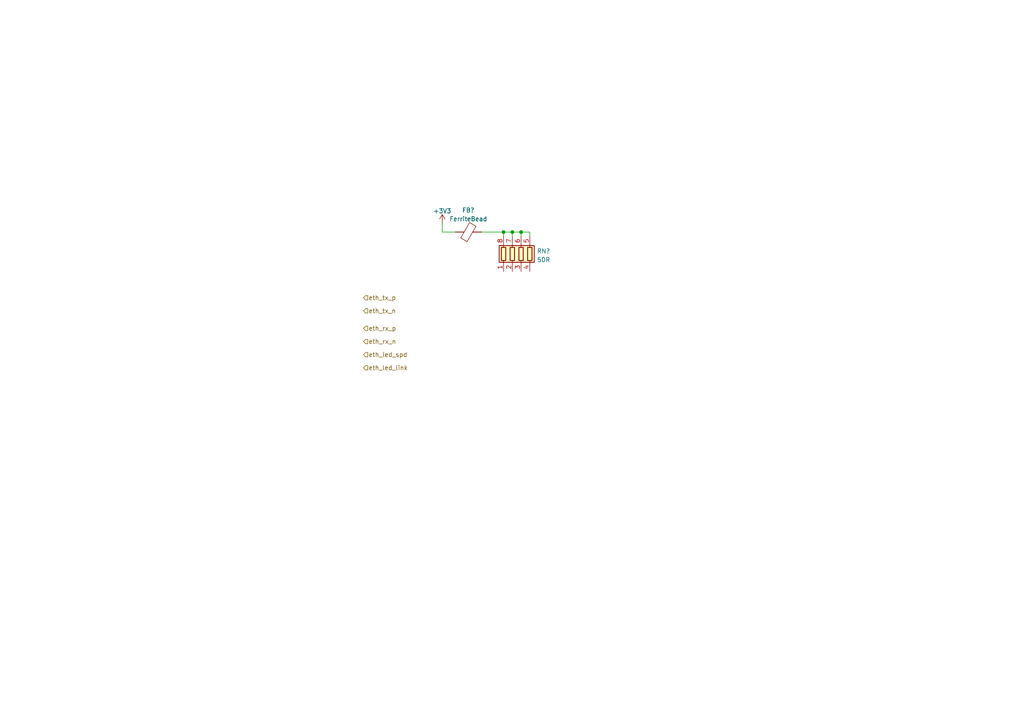
<source format=kicad_sch>
(kicad_sch (version 20211123) (generator eeschema)
  (paper "A4")
  (lib_symbols
    (symbol "Device:FerriteBead" (pin_numbers hide) (pin_names (offset 0))
      (property "Reference" "FB" (at -3.81 0.635 90))
      (property "Value" "FerriteBead" (at 3.81 0 90))
      (symbol "FerriteBead_0_1"
        (polyline (pts (xy 0 -1.27) (xy 0 -1.2192)))
        (polyline (pts (xy 0 1.27) (xy 0 1.2954)))
        (polyline (pts (xy -2.7686 0.4064) (xy -1.7018 2.2606) (xy 2.7686 -0.3048) (xy 1.6764 -2.159) (xy -2.7686 0.4064)))
      )
      (symbol "FerriteBead_1_1"
        (pin passive line (at 0 3.81 270) (length 2.54) (name "~") (number "1"))
        (pin passive line (at 0 -3.81 90) (length 2.54) (name "~") (number "2"))
      )
    )
    (symbol "Device:R_Pack04" (pin_names (offset 0) hide)
      (property "Reference" "RN" (at -7.62 0 90))
      (property "Value" "R_Pack04" (at 5.08 0 90))
      (symbol "R_Pack04_0_1"
        (rectangle (start -6.35 -2.413) (end 3.81 2.413) (stroke (width 0.254)) (fill (type background)))
        (rectangle (start -5.715 1.905) (end -4.445 -1.905) (stroke (width 0.254)))
        (rectangle (start -3.175 1.905) (end -1.905 -1.905) (stroke (width 0.254)))
        (rectangle (start -0.635 1.905) (end 0.635 -1.905) (stroke (width 0.254)))
        (polyline (pts (xy -5.08 -2.54) (xy -5.08 -1.905)))
        (polyline (pts (xy -5.08 1.905) (xy -5.08 2.54)))
        (polyline (pts (xy -2.54 -2.54) (xy -2.54 -1.905)))
        (polyline (pts (xy -2.54 1.905) (xy -2.54 2.54)))
        (polyline (pts (xy 0 -2.54) (xy 0 -1.905)))
        (polyline (pts (xy 0 1.905) (xy 0 2.54)))
        (polyline (pts (xy 2.54 -2.54) (xy 2.54 -1.905)))
        (polyline (pts (xy 2.54 1.905) (xy 2.54 2.54)))
        (rectangle (start 1.905 1.905) (end 3.175 -1.905) (stroke (width 0.254)))
      )
      (symbol "R_Pack04_1_1"
        (pin passive line (at -5.08 -5.08 90) (length 2.54) (name "R1.1") (number "1"))
        (pin passive line (at -2.54 -5.08 90) (length 2.54) (name "R2.1") (number "2"))
        (pin passive line (at 0 -5.08 90) (length 2.54) (name "R3.1") (number "3"))
        (pin passive line (at 2.54 -5.08 90) (length 2.54) (name "R4.1") (number "4"))
        (pin passive line (at 2.54 5.08 270) (length 2.54) (name "R4.2") (number "5"))
        (pin passive line (at 0 5.08 270) (length 2.54) (name "R3.2") (number "6"))
        (pin passive line (at -2.54 5.08 270) (length 2.54) (name "R2.2") (number "7"))
        (pin passive line (at -5.08 5.08 270) (length 2.54) (name "R1.2") (number "8"))
      )
    )
    (symbol "power:+3V3" (power) (pin_names (offset 0))
      (property "Value" "+3V3" (at 0 3.556 0))
      (symbol "+3V3_0_1"
        (polyline (pts (xy -0.762 1.27) (xy 0 2.54)))
        (polyline (pts (xy 0 0) (xy 0 2.54)))
        (polyline (pts (xy 0 2.54) (xy 0.762 1.27)))
      )
      (symbol "+3V3_1_1"
        (pin power_in line (at 0 0 90) (length 0) hide (name "+3V3") (number "1"))
      )
    )
  )
  (junction (at 146.05 67.31))
  (junction (at 148.59 67.31))
  (junction (at 151.13 67.31))
  (wire (pts (xy 128.27 64.77) (xy 128.27 67.31)))
  (wire (pts (xy 153.67 68.58) (xy 153.67 67.31)))
  (wire (pts (xy 151.13 67.31) (xy 148.59 67.31)))
  (wire (pts (xy 139.7 67.31) (xy 146.05 67.31)))
  (wire (pts (xy 148.59 67.31) (xy 148.59 68.58)))
  (wire (pts (xy 148.59 67.31) (xy 146.05 67.31)))
  (wire (pts (xy 151.13 67.31) (xy 151.13 68.58)))
  (wire (pts (xy 128.27 67.31) (xy 132.08 67.31)))
  (wire (pts (xy 146.05 67.31) (xy 146.05 68.58)))
  (wire (pts (xy 153.67 67.31) (xy 151.13 67.31)))
  (hierarchical_label "eth_tx_n" (shape input) (at 105.41 90.17 0))
  (hierarchical_label "eth_rx_n" (shape input) (at 105.41 99.06 0))
  (hierarchical_label "eth_led_spd" (shape input) (at 105.41 102.87 0))
  (hierarchical_label "eth_led_link" (shape input) (at 105.41 106.68 0))
  (hierarchical_label "eth_tx_p" (shape input) (at 105.41 86.36 0))
  (hierarchical_label "eth_rx_p" (shape input) (at 105.41 95.25 0))
  (symbol (lib_id "Device:R_Pack04") (at 151.13 73.66 0) (unit 1)
    (property "Reference" "RN?" (at 155.702 72.8253 0) (effects (justify left)))
    (property "Value" "50R" (at 155.702 75.3622 0) (effects (justify left)))
  )
  (symbol (lib_id "Device:FerriteBead") (at 135.89 67.31 90) (unit 1)
    (property "Reference" "FB?" (at 135.8392 60.9686 90))
    (property "Value" "FerriteBead" (at 135.8392 63.5055 90))
  )
  (symbol (lib_id "power:+3V3") (at 128.27 64.77 0) (mirror y) (unit 1)
    (property "Reference" "#PWR?" (effects hide))
    (property "Value" "+3V3" (at 128.27 61.1942 0))
  )
)
</source>
